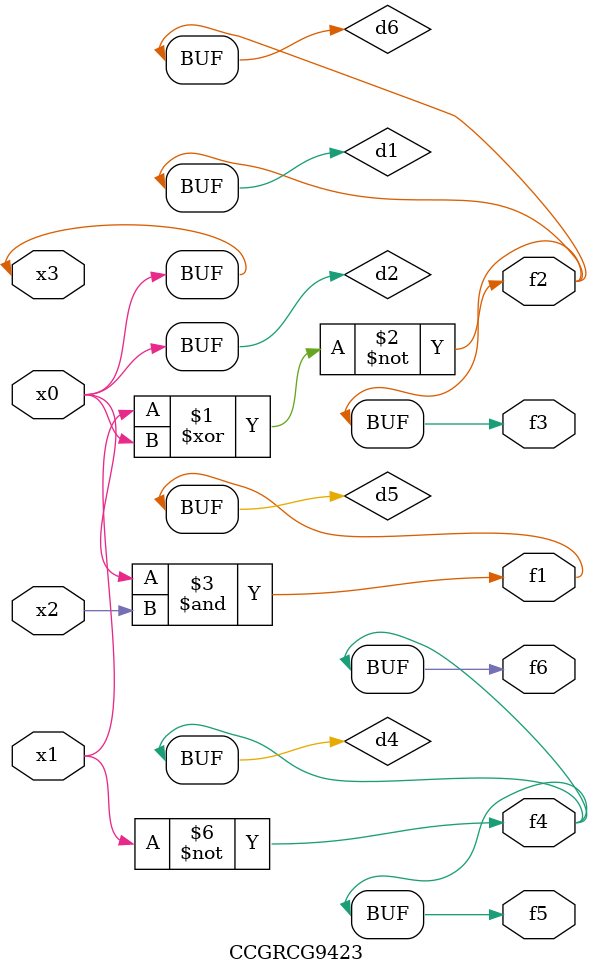
<source format=v>
module CCGRCG9423(
	input x0, x1, x2, x3,
	output f1, f2, f3, f4, f5, f6
);

	wire d1, d2, d3, d4, d5, d6;

	xnor (d1, x1, x3);
	buf (d2, x0, x3);
	nand (d3, x0, x2);
	not (d4, x1);
	nand (d5, d3);
	or (d6, d1);
	assign f1 = d5;
	assign f2 = d6;
	assign f3 = d6;
	assign f4 = d4;
	assign f5 = d4;
	assign f6 = d4;
endmodule

</source>
